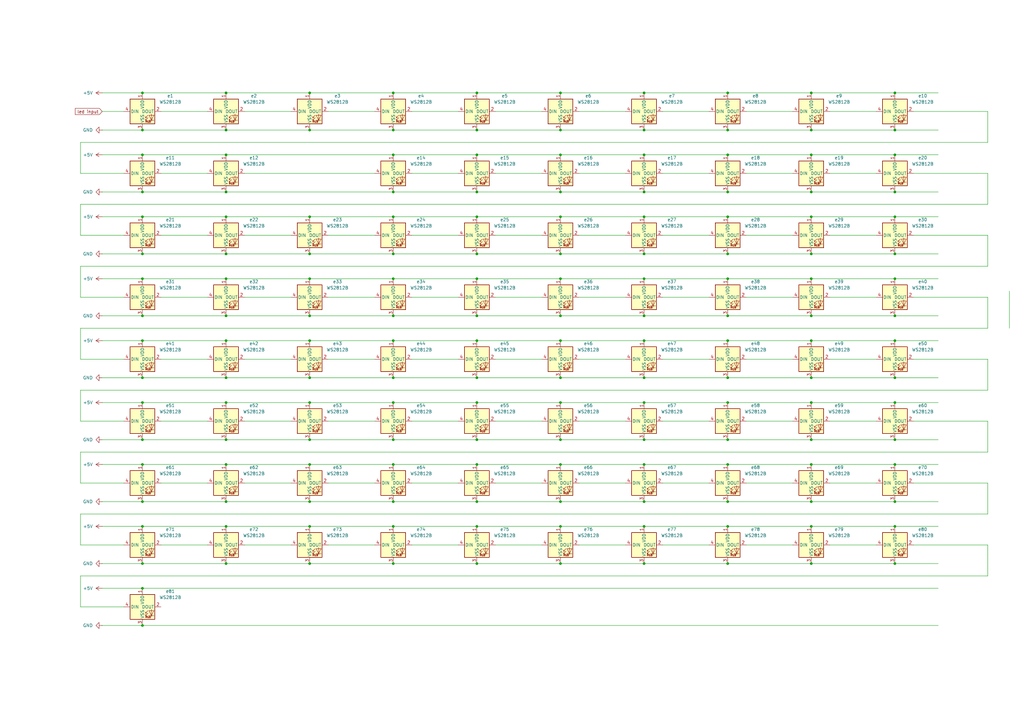
<source format=kicad_sch>
(kicad_sch (version 20250114) (generator "eeschema") (generator_version "9.0")
  (paper "A3")
  (junction (at 92.71 88.9))
  (junction (at 298.45 205.74))
  (junction (at 195.58 53.34))
  (junction (at 195.58 154.94))
  (junction (at 298.45 88.9))
  (junction (at 195.58 88.9))
  (junction (at 229.87 165.1))
  (junction (at 127 38.1))
  (junction (at 229.87 205.74))
  (junction (at 92.71 38.1))
  (junction (at 229.87 114.3))
  (junction (at 92.71 129.54))
  (junction (at 161.29 53.34))
  (junction (at 229.87 190.5))
  (junction (at 195.58 165.1))
  (junction (at 127 165.1))
  (junction (at 161.29 231.14))
  (junction (at 92.71 190.5))
  (junction (at 298.45 165.1))
  (junction (at 127 231.14))
  (junction (at 367.03 180.34))
  (junction (at 229.87 215.9))
  (junction (at 161.29 180.34))
  (junction (at 264.16 53.34))
  (junction (at 161.29 129.54))
  (junction (at 161.29 38.1))
  (junction (at 367.03 53.34))
  (junction (at 229.87 180.34))
  (junction (at 58.42 205.74))
  (junction (at 58.42 114.3))
  (junction (at 298.45 215.9))
  (junction (at 92.71 154.94))
  (junction (at 298.45 53.34))
  (junction (at 58.42 63.5))
  (junction (at 332.74 63.5))
  (junction (at 298.45 63.5))
  (junction (at 92.71 63.5))
  (junction (at 127 88.9))
  (junction (at 92.71 104.14))
  (junction (at 229.87 63.5))
  (junction (at 264.16 104.14))
  (junction (at 229.87 53.34))
  (junction (at 92.71 53.34))
  (junction (at 367.03 104.14))
  (junction (at 332.74 190.5))
  (junction (at 127 114.3))
  (junction (at 161.29 205.74))
  (junction (at 229.87 139.7))
  (junction (at 298.45 231.14))
  (junction (at 92.71 78.74))
  (junction (at 229.87 154.94))
  (junction (at 127 154.94))
  (junction (at 229.87 88.9))
  (junction (at 367.03 88.9))
  (junction (at 58.42 38.1))
  (junction (at 332.74 180.34))
  (junction (at 332.74 231.14))
  (junction (at 367.03 63.5))
  (junction (at 58.42 165.1))
  (junction (at 127 53.34))
  (junction (at 58.42 231.14))
  (junction (at 298.45 154.94))
  (junction (at 195.58 63.5))
  (junction (at 298.45 139.7))
  (junction (at 127 215.9))
  (junction (at 298.45 190.5))
  (junction (at 195.58 114.3))
  (junction (at 332.74 215.9))
  (junction (at 264.16 205.74))
  (junction (at 264.16 63.5))
  (junction (at 332.74 38.1))
  (junction (at 195.58 38.1))
  (junction (at 92.71 180.34))
  (junction (at 195.58 231.14))
  (junction (at 367.03 165.1))
  (junction (at 264.16 154.94))
  (junction (at 264.16 114.3))
  (junction (at 58.42 88.9))
  (junction (at 229.87 78.74))
  (junction (at 195.58 104.14))
  (junction (at 58.42 215.9))
  (junction (at 195.58 205.74))
  (junction (at 367.03 205.74))
  (junction (at 298.45 78.74))
  (junction (at 195.58 139.7))
  (junction (at 127 180.34))
  (junction (at 161.29 139.7))
  (junction (at 264.16 165.1))
  (junction (at 229.87 231.14))
  (junction (at 332.74 114.3))
  (junction (at 367.03 139.7))
  (junction (at 161.29 78.74))
  (junction (at 161.29 154.94))
  (junction (at 127 104.14))
  (junction (at 367.03 190.5))
  (junction (at 195.58 215.9))
  (junction (at 332.74 165.1))
  (junction (at 58.42 78.74))
  (junction (at 161.29 88.9))
  (junction (at 58.42 104.14))
  (junction (at 332.74 78.74))
  (junction (at 58.42 154.94))
  (junction (at 127 129.54))
  (junction (at 161.29 190.5))
  (junction (at 264.16 129.54))
  (junction (at 58.42 180.34))
  (junction (at 264.16 231.14))
  (junction (at 127 190.5))
  (junction (at 92.71 205.74))
  (junction (at 127 205.74))
  (junction (at 332.74 139.7))
  (junction (at 332.74 129.54))
  (junction (at 92.71 165.1))
  (junction (at 332.74 154.94))
  (junction (at 58.42 241.3))
  (junction (at 298.45 180.34))
  (junction (at 92.71 231.14))
  (junction (at 229.87 129.54))
  (junction (at 195.58 190.5))
  (junction (at 298.45 114.3))
  (junction (at 161.29 114.3))
  (junction (at 195.58 78.74))
  (junction (at 195.58 180.34))
  (junction (at 58.42 129.54))
  (junction (at 264.16 180.34))
  (junction (at 58.42 139.7))
  (junction (at 367.03 114.3))
  (junction (at 264.16 38.1))
  (junction (at 367.03 231.14))
  (junction (at 264.16 78.74))
  (junction (at 298.45 38.1))
  (junction (at 264.16 139.7))
  (junction (at 367.03 154.94))
  (junction (at 332.74 104.14))
  (junction (at 332.74 88.9))
  (junction (at 367.03 38.1))
  (junction (at 161.29 63.5))
  (junction (at 92.71 114.3))
  (junction (at 264.16 215.9))
  (junction (at 161.29 165.1))
  (junction (at 332.74 205.74))
  (junction (at 161.29 104.14))
  (junction (at 264.16 190.5))
  (junction (at 332.74 53.34))
  (junction (at 367.03 215.9))
  (junction (at 161.29 215.9))
  (junction (at 298.45 104.14))
  (junction (at 92.71 139.7))
  (junction (at 58.42 190.5))
  (junction (at 195.58 129.54))
  (junction (at 229.87 38.1))
  (junction (at 229.87 104.14))
  (junction (at 298.45 129.54))
  (junction (at 367.03 129.54))
  (junction (at 367.03 78.74))
  (junction (at 58.42 256.54))
  (junction (at 92.71 215.9))
  (junction (at 264.16 88.9))
  (junction (at 127 139.7))
  (junction (at 58.42 53.34))
  (wire (pts (xy 237.49 71.12) (xy 256.54 71.12)))
  (wire (pts (xy 332.74 154.94) (xy 367.03 154.94)))
  (wire (pts (xy 374.65 147.32) (xy 405.13 147.32)))
  (wire (pts (xy 66.04 223.52) (xy 85.09 223.52)))
  (wire (pts (xy 271.78 147.32) (xy 290.83 147.32)))
  (wire (pts (xy 374.65 45.72) (xy 405.13 45.72)))
  (wire (pts (xy 161.29 205.74) (xy 195.58 205.74)))
  (wire (pts (xy 405.13 109.22) (xy 33.02 109.22)))
  (wire (pts (xy 127 104.14) (xy 161.29 104.14)))
  (wire (pts (xy 195.58 53.34) (xy 229.87 53.34)))
  (wire (pts (xy 367.03 78.74) (xy 384.81 78.74)))
  (wire (pts (xy 195.58 231.14) (xy 229.87 231.14)))
  (wire (pts (xy 264.16 180.34) (xy 298.45 180.34)))
  (wire (pts (xy 168.91 223.52) (xy 187.96 223.52)))
  (wire (pts (xy 58.42 231.14) (xy 92.71 231.14)))
  (wire (pts (xy 405.13 147.32) (xy 405.13 160.02)))
  (wire (pts (xy 374.65 172.72) (xy 405.13 172.72)))
  (wire (pts (xy 298.45 190.5) (xy 332.74 190.5)))
  (wire (pts (xy 229.87 205.74) (xy 264.16 205.74)))
  (wire (pts (xy 127 154.94) (xy 161.29 154.94)))
  (wire (pts (xy 374.65 223.52) (xy 405.13 223.52)))
  (wire (pts (xy 58.42 154.94) (xy 92.71 154.94)))
  (wire (pts (xy 58.42 53.34) (xy 92.71 53.34)))
  (wire (pts (xy 367.03 231.14) (xy 384.81 231.14)))
  (wire (pts (xy 161.29 88.9) (xy 195.58 88.9)))
  (wire (pts (xy 332.74 215.9) (xy 367.03 215.9)))
  (wire (pts (xy 405.13 121.92) (xy 405.13 134.62)))
  (wire (pts (xy 298.45 104.14) (xy 332.74 104.14)))
  (wire (pts (xy 92.71 129.54) (xy 127 129.54)))
  (wire (pts (xy 161.29 114.3) (xy 195.58 114.3)))
  (wire (pts (xy 92.71 104.14) (xy 127 104.14)))
  (wire (pts (xy 367.03 139.7) (xy 384.81 139.7)))
  (wire (pts (xy 100.33 45.72) (xy 119.38 45.72)))
  (wire (pts (xy 41.91 88.9) (xy 58.42 88.9)))
  (wire (pts (xy 264.16 129.54) (xy 298.45 129.54)))
  (wire (pts (xy 264.16 53.34) (xy 298.45 53.34)))
  (wire (pts (xy 134.62 147.32) (xy 153.67 147.32)))
  (wire (pts (xy 92.71 205.74) (xy 127 205.74)))
  (wire (pts (xy 33.02 223.52) (xy 50.8 223.52)))
  (wire (pts (xy 161.29 190.5) (xy 195.58 190.5)))
  (wire (pts (xy 332.74 231.14) (xy 367.03 231.14)))
  (wire (pts (xy 306.07 172.72) (xy 325.12 172.72)))
  (wire (pts (xy 92.71 53.34) (xy 127 53.34)))
  (wire (pts (xy 127 205.74) (xy 161.29 205.74)))
  (wire (pts (xy 367.03 205.74) (xy 384.81 205.74)))
  (wire (pts (xy 332.74 53.34) (xy 367.03 53.34)))
  (wire (pts (xy 33.02 134.62) (xy 33.02 147.32)))
  (wire (pts (xy 367.03 165.1) (xy 384.81 165.1)))
  (wire (pts (xy 195.58 154.94) (xy 229.87 154.94)))
  (wire (pts (xy 298.45 63.5) (xy 332.74 63.5)))
  (wire (pts (xy 405.13 96.52) (xy 405.13 109.22)))
  (wire (pts (xy 237.49 121.92) (xy 256.54 121.92)))
  (wire (pts (xy 367.03 53.34) (xy 384.81 53.34)))
  (wire (pts (xy 306.07 96.52) (xy 325.12 96.52)))
  (wire (pts (xy 58.42 256.54) (xy 384.81 256.54)))
  (wire (pts (xy 41.91 104.14) (xy 58.42 104.14)))
  (wire (pts (xy 127 139.7) (xy 161.29 139.7)))
  (wire (pts (xy 229.87 38.1) (xy 264.16 38.1)))
  (wire (pts (xy 41.91 63.5) (xy 58.42 63.5)))
  (wire (pts (xy 41.91 114.3) (xy 58.42 114.3)))
  (wire (pts (xy 298.45 180.34) (xy 332.74 180.34)))
  (wire (pts (xy 58.42 38.1) (xy 92.71 38.1)))
  (wire (pts (xy 340.36 198.12) (xy 359.41 198.12)))
  (wire (pts (xy 195.58 190.5) (xy 229.87 190.5)))
  (wire (pts (xy 203.2 45.72) (xy 222.25 45.72)))
  (wire (pts (xy 58.42 63.5) (xy 92.71 63.5)))
  (wire (pts (xy 271.78 71.12) (xy 290.83 71.12)))
  (wire (pts (xy 161.29 180.34) (xy 195.58 180.34)))
  (wire (pts (xy 161.29 154.94) (xy 195.58 154.94)))
  (wire (pts (xy 367.03 63.5) (xy 384.81 63.5)))
  (wire (pts (xy 237.49 147.32) (xy 256.54 147.32)))
  (wire (pts (xy 298.45 205.74) (xy 332.74 205.74)))
  (wire (pts (xy 134.62 121.92) (xy 153.67 121.92)))
  (wire (pts (xy 405.13 83.82) (xy 33.02 83.82)))
  (wire (pts (xy 41.91 180.34) (xy 58.42 180.34)))
  (wire (pts (xy 332.74 165.1) (xy 367.03 165.1)))
  (wire (pts (xy 92.71 63.5) (xy 161.29 63.5)))
  (wire (pts (xy 66.04 198.12) (xy 85.09 198.12)))
  (wire (pts (xy 405.13 198.12) (xy 405.13 210.82)))
  (wire (pts (xy 298.45 114.3) (xy 332.74 114.3)))
  (wire (pts (xy 264.16 104.14) (xy 298.45 104.14)))
  (wire (pts (xy 100.33 71.12) (xy 153.67 71.12)))
  (wire (pts (xy 168.91 198.12) (xy 187.96 198.12)))
  (wire (pts (xy 367.03 215.9) (xy 384.81 215.9)))
  (wire (pts (xy 298.45 38.1) (xy 332.74 38.1)))
  (wire (pts (xy 271.78 223.52) (xy 290.83 223.52)))
  (wire (pts (xy 332.74 38.1) (xy 367.03 38.1)))
  (wire (pts (xy 195.58 78.74) (xy 229.87 78.74)))
  (wire (pts (xy 264.16 63.5) (xy 298.45 63.5)))
  (wire (pts (xy 161.29 38.1) (xy 195.58 38.1)))
  (wire (pts (xy 414.02 119.38) (xy 414.02 134.62)))
  (wire (pts (xy 264.16 78.74) (xy 298.45 78.74)))
  (wire (pts (xy 405.13 160.02) (xy 33.02 160.02)))
  (wire (pts (xy 195.58 104.14) (xy 229.87 104.14)))
  (wire (pts (xy 264.16 38.1) (xy 298.45 38.1)))
  (wire (pts (xy 264.16 231.14) (xy 298.45 231.14)))
  (wire (pts (xy 58.42 190.5) (xy 92.71 190.5)))
  (wire (pts (xy 195.58 205.74) (xy 229.87 205.74)))
  (wire (pts (xy 229.87 78.74) (xy 264.16 78.74)))
  (wire (pts (xy 332.74 139.7) (xy 367.03 139.7)))
  (wire (pts (xy 66.04 71.12) (xy 85.09 71.12)))
  (wire (pts (xy 298.45 139.7) (xy 332.74 139.7)))
  (wire (pts (xy 92.71 114.3) (xy 127 114.3)))
  (wire (pts (xy 306.07 223.52) (xy 325.12 223.52)))
  (wire (pts (xy 298.45 215.9) (xy 332.74 215.9)))
  (wire (pts (xy 41.91 215.9) (xy 58.42 215.9)))
  (wire (pts (xy 41.91 139.7) (xy 58.42 139.7)))
  (wire (pts (xy 203.2 198.12) (xy 222.25 198.12)))
  (wire (pts (xy 374.65 121.92) (xy 405.13 121.92)))
  (wire (pts (xy 264.16 114.3) (xy 298.45 114.3)))
  (wire (pts (xy 332.74 63.5) (xy 367.03 63.5)))
  (wire (pts (xy 332.74 78.74) (xy 367.03 78.74)))
  (wire (pts (xy 58.42 180.34) (xy 92.71 180.34)))
  (wire (pts (xy 271.78 198.12) (xy 290.83 198.12)))
  (wire (pts (xy 405.13 210.82) (xy 33.02 210.82)))
  (wire (pts (xy 161.29 53.34) (xy 195.58 53.34)))
  (wire (pts (xy 58.42 215.9) (xy 92.71 215.9)))
  (wire (pts (xy 374.65 71.12) (xy 405.13 71.12)))
  (wire (pts (xy 229.87 104.14) (xy 264.16 104.14)))
  (wire (pts (xy 229.87 180.34) (xy 264.16 180.34)))
  (wire (pts (xy 58.42 114.3) (xy 92.71 114.3)))
  (wire (pts (xy 100.33 147.32) (xy 119.38 147.32)))
  (wire (pts (xy 195.58 63.5) (xy 229.87 63.5)))
  (wire (pts (xy 33.02 160.02) (xy 33.02 172.72)))
  (wire (pts (xy 203.2 71.12) (xy 222.25 71.12)))
  (wire (pts (xy 161.29 78.74) (xy 195.58 78.74)))
  (wire (pts (xy 340.36 172.72) (xy 359.41 172.72)))
  (wire (pts (xy 306.07 121.92) (xy 325.12 121.92)))
  (wire (pts (xy 33.02 109.22) (xy 33.02 121.92)))
  (wire (pts (xy 195.58 38.1) (xy 229.87 38.1)))
  (wire (pts (xy 66.04 121.92) (xy 85.09 121.92)))
  (wire (pts (xy 298.45 88.9) (xy 332.74 88.9)))
  (wire (pts (xy 374.65 96.52) (xy 405.13 96.52)))
  (wire (pts (xy 92.71 231.14) (xy 127 231.14)))
  (wire (pts (xy 203.2 223.52) (xy 222.25 223.52)))
  (wire (pts (xy 33.02 121.92) (xy 50.8 121.92)))
  (wire (pts (xy 195.58 114.3) (xy 229.87 114.3)))
  (wire (pts (xy 367.03 129.54) (xy 384.81 129.54)))
  (wire (pts (xy 195.58 139.7) (xy 229.87 139.7)))
  (wire (pts (xy 92.71 190.5) (xy 127 190.5)))
  (wire (pts (xy 332.74 190.5) (xy 367.03 190.5)))
  (wire (pts (xy 229.87 53.34) (xy 264.16 53.34)))
  (wire (pts (xy 367.03 154.94) (xy 384.81 154.94)))
  (wire (pts (xy 195.58 215.9) (xy 229.87 215.9)))
  (wire (pts (xy 66.04 147.32) (xy 85.09 147.32)))
  (wire (pts (xy 332.74 88.9) (xy 367.03 88.9)))
  (wire (pts (xy 271.78 96.52) (xy 290.83 96.52)))
  (wire (pts (xy 168.91 96.52) (xy 187.96 96.52)))
  (wire (pts (xy 229.87 190.5) (xy 264.16 190.5)))
  (wire (pts (xy 229.87 139.7) (xy 264.16 139.7)))
  (wire (pts (xy 58.42 241.3) (xy 384.81 241.3)))
  (wire (pts (xy 229.87 114.3) (xy 264.16 114.3)))
  (wire (pts (xy 271.78 45.72) (xy 290.83 45.72)))
  (wire (pts (xy 405.13 185.42) (xy 33.02 185.42)))
  (wire (pts (xy 237.49 172.72) (xy 256.54 172.72)))
  (wire (pts (xy 66.04 45.72) (xy 85.09 45.72)))
  (wire (pts (xy 203.2 147.32) (xy 222.25 147.32)))
  (wire (pts (xy 405.13 45.72) (xy 405.13 58.42)))
  (wire (pts (xy 41.91 154.94) (xy 58.42 154.94)))
  (wire (pts (xy 306.07 45.72) (xy 325.12 45.72)))
  (wire (pts (xy 264.16 190.5) (xy 298.45 190.5)))
  (wire (pts (xy 127 38.1) (xy 161.29 38.1)))
  (wire (pts (xy 298.45 53.34) (xy 332.74 53.34)))
  (wire (pts (xy 271.78 172.72) (xy 290.83 172.72)))
  (wire (pts (xy 58.42 78.74) (xy 92.71 78.74)))
  (wire (pts (xy 298.45 231.14) (xy 332.74 231.14)))
  (wire (pts (xy 405.13 172.72) (xy 405.13 185.42)))
  (wire (pts (xy 33.02 236.22) (xy 33.02 248.92)))
  (wire (pts (xy 237.49 198.12) (xy 256.54 198.12)))
  (wire (pts (xy 41.91 190.5) (xy 58.42 190.5)))
  (wire (pts (xy 127 88.9) (xy 161.29 88.9)))
  (wire (pts (xy 41.91 165.1) (xy 58.42 165.1)))
  (wire (pts (xy 92.71 165.1) (xy 127 165.1)))
  (wire (pts (xy 58.42 88.9) (xy 92.71 88.9)))
  (wire (pts (xy 33.02 58.42) (xy 33.02 71.12)))
  (wire (pts (xy 33.02 83.82) (xy 33.02 96.52)))
  (wire (pts (xy 127 165.1) (xy 161.29 165.1)))
  (wire (pts (xy 340.36 121.92) (xy 359.41 121.92)))
  (wire (pts (xy 203.2 96.52) (xy 222.25 96.52)))
  (wire (pts (xy 298.45 129.54) (xy 332.74 129.54)))
  (wire (pts (xy 41.91 241.3) (xy 58.42 241.3)))
  (wire (pts (xy 340.36 223.52) (xy 359.41 223.52)))
  (wire (pts (xy 374.65 198.12) (xy 405.13 198.12)))
  (wire (pts (xy 264.16 205.74) (xy 298.45 205.74)))
  (wire (pts (xy 92.71 78.74) (xy 161.29 78.74)))
  (wire (pts (xy 100.33 121.92) (xy 119.38 121.92)))
  (wire (pts (xy 229.87 63.5) (xy 264.16 63.5)))
  (wire (pts (xy 195.58 165.1) (xy 229.87 165.1)))
  (wire (pts (xy 264.16 165.1) (xy 298.45 165.1)))
  (wire (pts (xy 33.02 172.72) (xy 50.8 172.72)))
  (wire (pts (xy 161.29 129.54) (xy 195.58 129.54)))
  (wire (pts (xy 127 114.3) (xy 161.29 114.3)))
  (wire (pts (xy 332.74 104.14) (xy 367.03 104.14)))
  (wire (pts (xy 229.87 129.54) (xy 264.16 129.54)))
  (wire (pts (xy 264.16 154.94) (xy 298.45 154.94)))
  (wire (pts (xy 33.02 71.12) (xy 50.8 71.12)))
  (wire (pts (xy 203.2 121.92) (xy 222.25 121.92)))
  (wire (pts (xy 92.71 215.9) (xy 127 215.9)))
  (wire (pts (xy 264.16 215.9) (xy 298.45 215.9)))
  (wire (pts (xy 41.91 78.74) (xy 58.42 78.74)))
  (wire (pts (xy 134.62 45.72) (xy 153.67 45.72)))
  (wire (pts (xy 306.07 198.12) (xy 325.12 198.12)))
  (wire (pts (xy 41.91 256.54) (xy 58.42 256.54)))
  (wire (pts (xy 405.13 223.52) (xy 405.13 236.22)))
  (wire (pts (xy 134.62 223.52) (xy 153.67 223.52)))
  (wire (pts (xy 33.02 198.12) (xy 50.8 198.12)))
  (wire (pts (xy 33.02 96.52) (xy 50.8 96.52)))
  (wire (pts (xy 58.42 129.54) (xy 92.71 129.54)))
  (wire (pts (xy 127 215.9) (xy 161.29 215.9)))
  (wire (pts (xy 66.04 96.52) (xy 85.09 96.52)))
  (wire (pts (xy 168.91 121.92) (xy 187.96 121.92)))
  (wire (pts (xy 41.91 45.72) (xy 50.8 45.72)))
  (wire (pts (xy 41.91 129.54) (xy 58.42 129.54)))
  (wire (pts (xy 340.36 71.12) (xy 359.41 71.12)))
  (wire (pts (xy 127 231.14) (xy 161.29 231.14)))
  (wire (pts (xy 161.29 165.1) (xy 195.58 165.1)))
  (wire (pts (xy 229.87 231.14) (xy 264.16 231.14)))
  (wire (pts (xy 264.16 139.7) (xy 298.45 139.7)))
  (wire (pts (xy 340.36 45.72) (xy 359.41 45.72)))
  (wire (pts (xy 92.71 88.9) (xy 127 88.9)))
  (wire (pts (xy 367.03 190.5) (xy 384.81 190.5)))
  (wire (pts (xy 100.33 96.52) (xy 119.38 96.52)))
  (wire (pts (xy 229.87 215.9) (xy 264.16 215.9)))
  (wire (pts (xy 306.07 71.12) (xy 325.12 71.12)))
  (wire (pts (xy 264.16 88.9) (xy 298.45 88.9)))
  (wire (pts (xy 41.91 38.1) (xy 58.42 38.1)))
  (wire (pts (xy 298.45 154.94) (xy 332.74 154.94)))
  (wire (pts (xy 33.02 185.42) (xy 33.02 198.12)))
  (wire (pts (xy 134.62 96.52) (xy 153.67 96.52)))
  (wire (pts (xy 332.74 180.34) (xy 367.03 180.34)))
  (wire (pts (xy 405.13 58.42) (xy 33.02 58.42)))
  (wire (pts (xy 168.91 45.72) (xy 187.96 45.72)))
  (wire (pts (xy 161.29 63.5) (xy 195.58 63.5)))
  (wire (pts (xy 405.13 236.22) (xy 33.02 236.22)))
  (wire (pts (xy 92.71 180.34) (xy 127 180.34)))
  (wire (pts (xy 405.13 71.12) (xy 405.13 83.82)))
  (wire (pts (xy 332.74 205.74) (xy 367.03 205.74)))
  (wire (pts (xy 229.87 165.1) (xy 264.16 165.1)))
  (wire (pts (xy 92.71 38.1) (xy 127 38.1)))
  (wire (pts (xy 134.62 198.12) (xy 153.67 198.12)))
  (wire (pts (xy 41.91 53.34) (xy 58.42 53.34)))
  (wire (pts (xy 100.33 223.52) (xy 119.38 223.52)))
  (wire (pts (xy 237.49 96.52) (xy 256.54 96.52)))
  (wire (pts (xy 58.42 205.74) (xy 92.71 205.74)))
  (wire (pts (xy 127 53.34) (xy 161.29 53.34)))
  (wire (pts (xy 367.03 180.34) (xy 384.81 180.34)))
  (wire (pts (xy 168.91 172.72) (xy 187.96 172.72)))
  (wire (pts (xy 298.45 78.74) (xy 332.74 78.74)))
  (wire (pts (xy 298.45 165.1) (xy 332.74 165.1)))
  (wire (pts (xy 134.62 172.72) (xy 153.67 172.72)))
  (wire (pts (xy 41.91 205.74) (xy 58.42 205.74)))
  (wire (pts (xy 66.04 172.72) (xy 85.09 172.72)))
  (wire (pts (xy 161.29 231.14) (xy 195.58 231.14)))
  (wire (pts (xy 127 190.5) (xy 161.29 190.5)))
  (wire (pts (xy 33.02 248.92) (xy 50.8 248.92)))
  (wire (pts (xy 41.91 231.14) (xy 58.42 231.14)))
  (wire (pts (xy 195.58 88.9) (xy 229.87 88.9)))
  (wire (pts (xy 92.71 139.7) (xy 127 139.7)))
  (wire (pts (xy 195.58 180.34) (xy 229.87 180.34)))
  (wire (pts (xy 332.74 129.54) (xy 367.03 129.54)))
  (wire (pts (xy 271.78 121.92) (xy 290.83 121.92)))
  (wire (pts (xy 58.42 165.1) (xy 92.71 165.1)))
  (wire (pts (xy 33.02 210.82) (xy 33.02 223.52)))
  (wire (pts (xy 340.36 96.52) (xy 359.41 96.52)))
  (wire (pts (xy 367.03 114.3) (xy 384.81 114.3)))
  (wire (pts (xy 127 129.54) (xy 161.29 129.54)))
  (wire (pts (xy 58.42 139.7) (xy 92.71 139.7)))
  (wire (pts (xy 161.29 215.9) (xy 195.58 215.9)))
  (wire (pts (xy 367.03 104.14) (xy 384.81 104.14)))
  (wire (pts (xy 340.36 147.32) (xy 359.41 147.32)))
  (wire (pts (xy 306.07 147.32) (xy 325.12 147.32)))
  (wire (pts (xy 161.29 104.14) (xy 195.58 104.14)))
  (wire (pts (xy 405.13 134.62) (xy 33.02 134.62)))
  (wire (pts (xy 168.91 71.12) (xy 187.96 71.12)))
  (wire (pts (xy 127 180.34) (xy 161.29 180.34)))
  (wire (pts (xy 58.42 104.14) (xy 92.71 104.14)))
  (wire (pts (xy 229.87 154.94) (xy 264.16 154.94)))
  (wire (pts (xy 100.33 198.12) (xy 119.38 198.12)))
  (wire (pts (xy 237.49 45.72) (xy 256.54 45.72)))
  (wire (pts (xy 203.2 172.72) (xy 222.25 172.72)))
  (wire (pts (xy 92.71 154.94) (xy 127 154.94)))
  (wire (pts (xy 100.33 172.72) (xy 119.38 172.72)))
  (wire (pts (xy 168.91 147.32) (xy 187.96 147.32)))
  (wire (pts (xy 195.58 129.54) (xy 229.87 129.54)))
  (wire (pts (xy 161.29 139.7) (xy 195.58 139.7)))
  (wire (pts (xy 367.03 38.1) (xy 384.81 38.1)))
  (wire (pts (xy 237.49 223.52) (xy 256.54 223.52)))
  (wire (pts (xy 367.03 88.9) (xy 384.81 88.9)))
  (wire (pts (xy 33.02 147.32) (xy 50.8 147.32)))
  (wire (pts (xy 229.87 88.9) (xy 264.16 88.9)))
  (wire (pts (xy 332.74 114.3) (xy 367.03 114.3)))
  (global_label "led input" (shape input) (at 41.91 45.72 180) (property "Intersheetrefs" "${INTERSHEET_REFS}" (effects (hide yes))))
  (symbol (lib_id "LED:WS2812B") (at 229.87 223.52 0) (unit 1)
    (property "Reference" "e76" (at 241.3 217.0998 0))
    (property "Value" "WS2812B" (at 241.3 219.6398 0))
    (property "Footprint" "LED_SMD:LED_SK6812MINI_PLCC4_3.5x3.5mm_P1.75mm" (effects (hide yes)))
    (property "Datasheet" "https://cdn-shop.adafruit.com/datasheets/WS2812B.pdf" (effects (hide yes)))
    (property "Description" "RGB LED with integrated controller" (effects (hide yes)))
  )
  (symbol (lib_id "LED:WS2812B") (at 264.16 45.72 0) (unit 1)
    (property "Reference" "e7" (at 275.59 39.2998 0))
    (property "Value" "WS2812B" (at 275.59 41.8398 0))
    (property "Footprint" "LED_SMD:LED_SK6812MINI_PLCC4_3.5x3.5mm_P1.75mm" (effects (hide yes)))
    (property "Datasheet" "https://cdn-shop.adafruit.com/datasheets/WS2812B.pdf" (effects (hide yes)))
    (property "Description" "RGB LED with integrated controller" (effects (hide yes)))
  )
  (symbol (lib_id "LED:WS2812B") (at 92.71 198.12 0) (unit 1)
    (property "Reference" "e62" (at 104.14 191.6998 0))
    (property "Value" "WS2812B" (at 104.14 194.2398 0))
    (property "Footprint" "LED_SMD:LED_SK6812MINI_PLCC4_3.5x3.5mm_P1.75mm" (effects (hide yes)))
    (property "Datasheet" "https://cdn-shop.adafruit.com/datasheets/WS2812B.pdf" (effects (hide yes)))
    (property "Description" "RGB LED with integrated controller" (effects (hide yes)))
  )
  (symbol (lib_id "LED:WS2812B") (at 367.03 71.12 0) (unit 1)
    (property "Reference" "e20" (at 378.46 64.6998 0))
    (property "Value" "WS2812B" (at 378.46 67.2398 0))
    (property "Footprint" "LED_SMD:LED_SK6812MINI_PLCC4_3.5x3.5mm_P1.75mm" (effects (hide yes)))
    (property "Datasheet" "https://cdn-shop.adafruit.com/datasheets/WS2812B.pdf" (effects (hide yes)))
    (property "Description" "RGB LED with integrated controller" (effects (hide yes)))
  )
  (symbol (lib_id "LED:WS2812B") (at 298.45 198.12 0) (unit 1)
    (property "Reference" "e68" (at 309.88 191.6998 0))
    (property "Value" "WS2812B" (at 309.88 194.2398 0))
    (property "Footprint" "LED_SMD:LED_SK6812MINI_PLCC4_3.5x3.5mm_P1.75mm" (effects (hide yes)))
    (property "Datasheet" "https://cdn-shop.adafruit.com/datasheets/WS2812B.pdf" (effects (hide yes)))
    (property "Description" "RGB LED with integrated controller" (effects (hide yes)))
  )
  (symbol (lib_id "LED:WS2812B") (at 127 198.12 0) (unit 1)
    (property "Reference" "e63" (at 138.43 191.6998 0))
    (property "Value" "WS2812B" (at 138.43 194.2398 0))
    (property "Footprint" "LED_SMD:LED_SK6812MINI_PLCC4_3.5x3.5mm_P1.75mm" (effects (hide yes)))
    (property "Datasheet" "https://cdn-shop.adafruit.com/datasheets/WS2812B.pdf" (effects (hide yes)))
    (property "Description" "RGB LED with integrated controller" (effects (hide yes)))
  )
  (symbol (lib_id "LED:WS2812B") (at 58.42 248.92 0) (unit 1)
    (property "Reference" "e81" (at 69.85 242.4998 0))
    (property "Value" "WS2812B" (at 69.85 245.0398 0))
    (property "Footprint" "LED_SMD:LED_SK6812MINI_PLCC4_3.5x3.5mm_P1.75mm" (effects (hide yes)))
    (property "Datasheet" "https://cdn-shop.adafruit.com/datasheets/WS2812B.pdf" (effects (hide yes)))
    (property "Description" "RGB LED with integrated controller" (effects (hide yes)))
  )
  (symbol (lib_id "LED:WS2812B") (at 161.29 172.72 0) (unit 1)
    (property "Reference" "e54" (at 172.72 166.2998 0))
    (property "Value" "WS2812B" (at 172.72 168.8398 0))
    (property "Footprint" "LED_SMD:LED_SK6812MINI_PLCC4_3.5x3.5mm_P1.75mm" (effects (hide yes)))
    (property "Datasheet" "https://cdn-shop.adafruit.com/datasheets/WS2812B.pdf" (effects (hide yes)))
    (property "Description" "RGB LED with integrated controller" (effects (hide yes)))
  )
  (symbol (lib_id "power:GND1") (at 41.91 154.94 270) (unit 1)
    (property "Reference" "#PWR06" (effects (hide yes)))
    (property "Value" "GND" (at 38.1 154.9399 90) (effects (justify right)))
    (property "Description" "Power symbol creates a global label with name \"GND1\" , ground" (effects (hide yes)))
  )
  (symbol (lib_id "LED:WS2812B") (at 264.16 198.12 0) (unit 1)
    (property "Reference" "e67" (at 275.59 191.6998 0))
    (property "Value" "WS2812B" (at 275.59 194.2398 0))
    (property "Footprint" "LED_SMD:LED_SK6812MINI_PLCC4_3.5x3.5mm_P1.75mm" (effects (hide yes)))
    (property "Datasheet" "https://cdn-shop.adafruit.com/datasheets/WS2812B.pdf" (effects (hide yes)))
    (property "Description" "RGB LED with integrated controller" (effects (hide yes)))
  )
  (symbol (lib_id "LED:WS2812B") (at 298.45 223.52 0) (unit 1)
    (property "Reference" "e78" (at 309.88 217.0998 0))
    (property "Value" "WS2812B" (at 309.88 219.6398 0))
    (property "Footprint" "LED_SMD:LED_SK6812MINI_PLCC4_3.5x3.5mm_P1.75mm" (effects (hide yes)))
    (property "Datasheet" "https://cdn-shop.adafruit.com/datasheets/WS2812B.pdf" (effects (hide yes)))
    (property "Description" "RGB LED with integrated controller" (effects (hide yes)))
  )
  (symbol (lib_id "LED:WS2812B") (at 332.74 71.12 0) (unit 1)
    (property "Reference" "e19" (at 344.17 64.6998 0))
    (property "Value" "WS2812B" (at 344.17 67.2398 0))
    (property "Footprint" "LED_SMD:LED_SK6812MINI_PLCC4_3.5x3.5mm_P1.75mm" (effects (hide yes)))
    (property "Datasheet" "https://cdn-shop.adafruit.com/datasheets/WS2812B.pdf" (effects (hide yes)))
    (property "Description" "RGB LED with integrated controller" (effects (hide yes)))
  )
  (symbol (lib_id "LED:WS2812B") (at 127 223.52 0) (unit 1)
    (property "Reference" "e73" (at 138.43 217.0998 0))
    (property "Value" "WS2812B" (at 138.43 219.6398 0))
    (property "Footprint" "LED_SMD:LED_SK6812MINI_PLCC4_3.5x3.5mm_P1.75mm" (effects (hide yes)))
    (property "Datasheet" "https://cdn-shop.adafruit.com/datasheets/WS2812B.pdf" (effects (hide yes)))
    (property "Description" "RGB LED with integrated controller" (effects (hide yes)))
  )
  (symbol (lib_id "LED:WS2812B") (at 195.58 223.52 0) (unit 1)
    (property "Reference" "e75" (at 207.01 217.0998 0))
    (property "Value" "WS2812B" (at 207.01 219.6398 0))
    (property "Footprint" "LED_SMD:LED_SK6812MINI_PLCC4_3.5x3.5mm_P1.75mm" (effects (hide yes)))
    (property "Datasheet" "https://cdn-shop.adafruit.com/datasheets/WS2812B.pdf" (effects (hide yes)))
    (property "Description" "RGB LED with integrated controller" (effects (hide yes)))
  )
  (symbol (lib_id "LED:WS2812B") (at 58.42 172.72 0) (unit 1)
    (property "Reference" "e51" (at 69.85 166.2998 0))
    (property "Value" "WS2812B" (at 69.85 168.8398 0))
    (property "Footprint" "LED_SMD:LED_SK6812MINI_PLCC4_3.5x3.5mm_P1.75mm" (effects (hide yes)))
    (property "Datasheet" "https://cdn-shop.adafruit.com/datasheets/WS2812B.pdf" (effects (hide yes)))
    (property "Description" "RGB LED with integrated controller" (effects (hide yes)))
  )
  (symbol (lib_id "LED:WS2812B") (at 58.42 223.52 0) (unit 1)
    (property "Reference" "e71" (at 69.85 217.0998 0))
    (property "Value" "WS2812B" (at 69.85 219.6398 0))
    (property "Footprint" "LED_SMD:LED_SK6812MINI_PLCC4_3.5x3.5mm_P1.75mm" (effects (hide yes)))
    (property "Datasheet" "https://cdn-shop.adafruit.com/datasheets/WS2812B.pdf" (effects (hide yes)))
    (property "Description" "RGB LED with integrated controller" (effects (hide yes)))
  )
  (symbol (lib_id "LED:WS2812B") (at 58.42 121.92 0) (unit 1)
    (property "Reference" "e31" (at 69.85 115.4998 0))
    (property "Value" "WS2812B" (at 69.85 118.0398 0))
    (property "Footprint" "LED_SMD:LED_SK6812MINI_PLCC4_3.5x3.5mm_P1.75mm" (effects (hide yes)))
    (property "Datasheet" "https://cdn-shop.adafruit.com/datasheets/WS2812B.pdf" (effects (hide yes)))
    (property "Description" "RGB LED with integrated controller" (effects (hide yes)))
  )
  (symbol (lib_id "power:+5V") (at 41.91 38.1 90) (unit 1)
    (property "Reference" "#PWR017" (effects (hide yes)))
    (property "Value" "+5V" (at 38.1 38.0999 90) (effects (justify left)))
    (property "Description" "Power symbol creates a global label with name \"+5V\"" (effects (hide yes)))
  )
  (symbol (lib_id "power:+5V") (at 41.91 139.7 90) (unit 1)
    (property "Reference" "#PWR011" (effects (hide yes)))
    (property "Value" "+5V" (at 38.1 139.6999 90) (effects (justify left)))
    (property "Description" "Power symbol creates a global label with name \"+5V\"" (effects (hide yes)))
  )
  (symbol (lib_id "LED:WS2812B") (at 161.29 96.52 0) (unit 1)
    (property "Reference" "e24" (at 172.72 90.0998 0))
    (property "Value" "WS2812B" (at 172.72 92.6398 0))
    (property "Footprint" "LED_SMD:LED_SK6812MINI_PLCC4_3.5x3.5mm_P1.75mm" (effects (hide yes)))
    (property "Datasheet" "https://cdn-shop.adafruit.com/datasheets/WS2812B.pdf" (effects (hide yes)))
    (property "Description" "RGB LED with integrated controller" (effects (hide yes)))
  )
  (symbol (lib_id "LED:WS2812B") (at 92.71 172.72 0) (unit 1)
    (property "Reference" "e52" (at 104.14 166.2998 0))
    (property "Value" "WS2812B" (at 104.14 168.8398 0))
    (property "Footprint" "LED_SMD:LED_SK6812MINI_PLCC4_3.5x3.5mm_P1.75mm" (effects (hide yes)))
    (property "Datasheet" "https://cdn-shop.adafruit.com/datasheets/WS2812B.pdf" (effects (hide yes)))
    (property "Description" "RGB LED with integrated controller" (effects (hide yes)))
  )
  (symbol (lib_id "LED:WS2812B") (at 58.42 198.12 0) (unit 1)
    (property "Reference" "e61" (at 69.85 191.6998 0))
    (property "Value" "WS2812B" (at 69.85 194.2398 0))
    (property "Footprint" "LED_SMD:LED_SK6812MINI_PLCC4_3.5x3.5mm_P1.75mm" (effects (hide yes)))
    (property "Datasheet" "https://cdn-shop.adafruit.com/datasheets/WS2812B.pdf" (effects (hide yes)))
    (property "Description" "RGB LED with integrated controller" (effects (hide yes)))
  )
  (symbol (lib_id "LED:WS2812B") (at 367.03 172.72 0) (unit 1)
    (property "Reference" "e60" (at 378.46 166.2998 0))
    (property "Value" "WS2812B" (at 378.46 168.8398 0))
    (property "Footprint" "LED_SMD:LED_SK6812MINI_PLCC4_3.5x3.5mm_P1.75mm" (effects (hide yes)))
    (property "Datasheet" "https://cdn-shop.adafruit.com/datasheets/WS2812B.pdf" (effects (hide yes)))
    (property "Description" "RGB LED with integrated controller" (effects (hide yes)))
  )
  (symbol (lib_id "LED:WS2812B") (at 298.45 96.52 0) (unit 1)
    (property "Reference" "e28" (at 309.88 90.0998 0))
    (property "Value" "WS2812B" (at 309.88 92.6398 0))
    (property "Footprint" "LED_SMD:LED_SK6812MINI_PLCC4_3.5x3.5mm_P1.75mm" (effects (hide yes)))
    (property "Datasheet" "https://cdn-shop.adafruit.com/datasheets/WS2812B.pdf" (effects (hide yes)))
    (property "Description" "RGB LED with integrated controller" (effects (hide yes)))
  )
  (symbol (lib_id "LED:WS2812B") (at 332.74 147.32 0) (unit 1)
    (property "Reference" "e49" (at 344.17 140.8998 0))
    (property "Value" "WS2812B" (at 344.17 143.4398 0))
    (property "Footprint" "LED_SMD:LED_SK6812MINI_PLCC4_3.5x3.5mm_P1.75mm" (effects (hide yes)))
    (property "Datasheet" "https://cdn-shop.adafruit.com/datasheets/WS2812B.pdf" (effects (hide yes)))
    (property "Description" "RGB LED with integrated controller" (effects (hide yes)))
  )
  (symbol (lib_id "LED:WS2812B") (at 92.71 96.52 0) (unit 1)
    (property "Reference" "e22" (at 104.14 90.0998 0))
    (property "Value" "WS2812B" (at 104.14 92.6398 0))
    (property "Footprint" "LED_SMD:LED_SK6812MINI_PLCC4_3.5x3.5mm_P1.75mm" (effects (hide yes)))
    (property "Datasheet" "https://cdn-shop.adafruit.com/datasheets/WS2812B.pdf" (effects (hide yes)))
    (property "Description" "RGB LED with integrated controller" (effects (hide yes)))
  )
  (symbol (lib_id "LED:WS2812B") (at 195.58 45.72 0) (unit 1)
    (property "Reference" "e5" (at 207.01 39.2998 0))
    (property "Value" "WS2812B" (at 207.01 41.8398 0))
    (property "Footprint" "LED_SMD:LED_SK6812MINI_PLCC4_3.5x3.5mm_P1.75mm" (effects (hide yes)))
    (property "Datasheet" "https://cdn-shop.adafruit.com/datasheets/WS2812B.pdf" (effects (hide yes)))
    (property "Description" "RGB LED with integrated controller" (effects (hide yes)))
  )
  (symbol (lib_id "LED:WS2812B") (at 332.74 45.72 0) (unit 1)
    (property "Reference" "e9" (at 344.17 39.2998 0))
    (property "Value" "WS2812B" (at 344.17 41.8398 0))
    (property "Footprint" "LED_SMD:LED_SK6812MINI_PLCC4_3.5x3.5mm_P1.75mm" (effects (hide yes)))
    (property "Datasheet" "https://cdn-shop.adafruit.com/datasheets/WS2812B.pdf" (effects (hide yes)))
    (property "Description" "RGB LED with integrated controller" (effects (hide yes)))
  )
  (symbol (lib_id "LED:WS2812B") (at 127 172.72 0) (unit 1)
    (property "Reference" "e53" (at 138.43 166.2998 0))
    (property "Value" "WS2812B" (at 138.43 168.8398 0))
    (property "Footprint" "LED_SMD:LED_SK6812MINI_PLCC4_3.5x3.5mm_P1.75mm" (effects (hide yes)))
    (property "Datasheet" "https://cdn-shop.adafruit.com/datasheets/WS2812B.pdf" (effects (hide yes)))
    (property "Description" "RGB LED with integrated controller" (effects (hide yes)))
  )
  (symbol (lib_id "LED:WS2812B") (at 332.74 172.72 0) (unit 1)
    (property "Reference" "e59" (at 344.17 166.2998 0))
    (property "Value" "WS2812B" (at 344.17 168.8398 0))
    (property "Footprint" "LED_SMD:LED_SK6812MINI_PLCC4_3.5x3.5mm_P1.75mm" (effects (hide yes)))
    (property "Datasheet" "https://cdn-shop.adafruit.com/datasheets/WS2812B.pdf" (effects (hide yes)))
    (property "Description" "RGB LED with integrated controller" (effects (hide yes)))
  )
  (symbol (lib_id "LED:WS2812B") (at 58.42 71.12 0) (unit 1)
    (property "Reference" "e11" (at 69.85 64.6998 0))
    (property "Value" "WS2812B" (at 69.85 67.2398 0))
    (property "Footprint" "LED_SMD:LED_SK6812MINI_PLCC4_3.5x3.5mm_P1.75mm" (effects (hide yes)))
    (property "Datasheet" "https://cdn-shop.adafruit.com/datasheets/WS2812B.pdf" (effects (hide yes)))
    (property "Description" "RGB LED with integrated controller" (effects (hide yes)))
  )
  (symbol (lib_id "LED:WS2812B") (at 195.58 147.32 0) (unit 1)
    (property "Reference" "e45" (at 207.01 140.8998 0))
    (property "Value" "WS2812B" (at 207.01 143.4398 0))
    (property "Footprint" "LED_SMD:LED_SK6812MINI_PLCC4_3.5x3.5mm_P1.75mm" (effects (hide yes)))
    (property "Datasheet" "https://cdn-shop.adafruit.com/datasheets/WS2812B.pdf" (effects (hide yes)))
    (property "Description" "RGB LED with integrated controller" (effects (hide yes)))
  )
  (symbol (lib_id "LED:WS2812B") (at 367.03 198.12 0) (unit 1)
    (property "Reference" "e70" (at 378.46 191.6998 0))
    (property "Value" "WS2812B" (at 378.46 194.2398 0))
    (property "Footprint" "LED_SMD:LED_SK6812MINI_PLCC4_3.5x3.5mm_P1.75mm" (effects (hide yes)))
    (property "Datasheet" "https://cdn-shop.adafruit.com/datasheets/WS2812B.pdf" (effects (hide yes)))
    (property "Description" "RGB LED with integrated controller" (effects (hide yes)))
  )
  (symbol (lib_id "LED:WS2812B") (at 195.58 71.12 0) (unit 1)
    (property "Reference" "e15" (at 207.01 64.6998 0))
    (property "Value" "WS2812B" (at 207.01 67.2398 0))
    (property "Footprint" "LED_SMD:LED_SK6812MINI_PLCC4_3.5x3.5mm_P1.75mm" (effects (hide yes)))
    (property "Datasheet" "https://cdn-shop.adafruit.com/datasheets/WS2812B.pdf" (effects (hide yes)))
    (property "Description" "RGB LED with integrated controller" (effects (hide yes)))
  )
  (symbol (lib_id "LED:WS2812B") (at 367.03 223.52 0) (unit 1)
    (property "Reference" "e80" (at 378.46 217.0998 0))
    (property "Value" "WS2812B" (at 378.46 219.6398 0))
    (property "Footprint" "LED_SMD:LED_SK6812MINI_PLCC4_3.5x3.5mm_P1.75mm" (effects (hide yes)))
    (property "Datasheet" "https://cdn-shop.adafruit.com/datasheets/WS2812B.pdf" (effects (hide yes)))
    (property "Description" "RGB LED with integrated controller" (effects (hide yes)))
  )
  (symbol (lib_id "LED:WS2812B") (at 264.16 121.92 0) (unit 1)
    (property "Reference" "e37" (at 275.59 115.4998 0))
    (property "Value" "WS2812B" (at 275.59 118.0398 0))
    (property "Footprint" "LED_SMD:LED_SK6812MINI_PLCC4_3.5x3.5mm_P1.75mm" (effects (hide yes)))
    (property "Datasheet" "https://cdn-shop.adafruit.com/datasheets/WS2812B.pdf" (effects (hide yes)))
    (property "Description" "RGB LED with integrated controller" (effects (hide yes)))
  )
  (symbol (lib_id "LED:WS2812B") (at 264.16 172.72 0) (unit 1)
    (property "Reference" "e57" (at 275.59 166.2998 0))
    (property "Value" "WS2812B" (at 275.59 168.8398 0))
    (property "Footprint" "LED_SMD:LED_SK6812MINI_PLCC4_3.5x3.5mm_P1.75mm" (effects (hide yes)))
    (property "Datasheet" "https://cdn-shop.adafruit.com/datasheets/WS2812B.pdf" (effects (hide yes)))
    (property "Description" "RGB LED with integrated controller" (effects (hide yes)))
  )
  (symbol (lib_id "power:+5V") (at 41.91 63.5 90) (unit 1)
    (property "Reference" "#PWR015" (effects (hide yes)))
    (property "Value" "+5V" (at 38.1 63.4999 90) (effects (justify left)))
    (property "Description" "Power symbol creates a global label with name \"+5V\"" (effects (hide yes)))
  )
  (symbol (lib_id "LED:WS2812B") (at 332.74 223.52 0) (unit 1)
    (property "Reference" "e79" (at 344.17 217.0998 0))
    (property "Value" "WS2812B" (at 344.17 219.6398 0))
    (property "Footprint" "LED_SMD:LED_SK6812MINI_PLCC4_3.5x3.5mm_P1.75mm" (effects (hide yes)))
    (property "Datasheet" "https://cdn-shop.adafruit.com/datasheets/WS2812B.pdf" (effects (hide yes)))
    (property "Description" "RGB LED with integrated controller" (effects (hide yes)))
  )
  (symbol (lib_id "LED:WS2812B") (at 367.03 96.52 0) (unit 1)
    (property "Reference" "e30" (at 378.46 90.0998 0))
    (property "Value" "WS2812B" (at 378.46 92.6398 0))
    (property "Footprint" "LED_SMD:LED_SK6812MINI_PLCC4_3.5x3.5mm_P1.75mm" (effects (hide yes)))
    (property "Datasheet" "https://cdn-shop.adafruit.com/datasheets/WS2812B.pdf" (effects (hide yes)))
    (property "Description" "RGB LED with integrated controller" (effects (hide yes)))
  )
  (symbol (lib_id "power:GND1") (at 41.91 231.14 270) (unit 1)
    (property "Reference" "#PWR012" (effects (hide yes)))
    (property "Value" "GND" (at 38.1 231.1399 90) (effects (justify right)))
    (property "Description" "Power symbol creates a global label with name \"GND1\" , ground" (effects (hide yes)))
  )
  (symbol (lib_id "LED:WS2812B") (at 92.71 71.12 0) (unit 1)
    (property "Reference" "e12" (at 104.14 64.6998 0))
    (property "Value" "WS2812B" (at 104.14 67.2398 0))
    (property "Footprint" "LED_SMD:LED_SK6812MINI_PLCC4_3.5x3.5mm_P1.75mm" (effects (hide yes)))
    (property "Datasheet" "https://cdn-shop.adafruit.com/datasheets/WS2812B.pdf" (effects (hide yes)))
    (property "Description" "RGB LED with integrated controller" (effects (hide yes)))
  )
  (symbol (lib_id "LED:WS2812B") (at 195.58 172.72 0) (unit 1)
    (property "Reference" "e55" (at 207.01 166.2998 0))
    (property "Value" "WS2812B" (at 207.01 168.8398 0))
    (property "Footprint" "LED_SMD:LED_SK6812MINI_PLCC4_3.5x3.5mm_P1.75mm" (effects (hide yes)))
    (property "Datasheet" "https://cdn-shop.adafruit.com/datasheets/WS2812B.pdf" (effects (hide yes)))
    (property "Description" "RGB LED with integrated controller" (effects (hide yes)))
  )
  (symbol (lib_id "LED:WS2812B") (at 161.29 223.52 0) (unit 1)
    (property "Reference" "e74" (at 172.72 217.0998 0))
    (property "Value" "WS2812B" (at 172.72 219.6398 0))
    (property "Footprint" "LED_SMD:LED_SK6812MINI_PLCC4_3.5x3.5mm_P1.75mm" (effects (hide yes)))
    (property "Datasheet" "https://cdn-shop.adafruit.com/datasheets/WS2812B.pdf" (effects (hide yes)))
    (property "Description" "RGB LED with integrated controller" (effects (hide yes)))
  )
  (symbol (lib_id "LED:WS2812B") (at 161.29 198.12 0) (unit 1)
    (property "Reference" "e64" (at 172.72 191.6998 0))
    (property "Value" "WS2812B" (at 172.72 194.2398 0))
    (property "Footprint" "LED_SMD:LED_SK6812MINI_PLCC4_3.5x3.5mm_P1.75mm" (effects (hide yes)))
    (property "Datasheet" "https://cdn-shop.adafruit.com/datasheets/WS2812B.pdf" (effects (hide yes)))
    (property "Description" "RGB LED with integrated controller" (effects (hide yes)))
  )
  (symbol (lib_id "LED:WS2812B") (at 332.74 198.12 0) (unit 1)
    (property "Reference" "e69" (at 344.17 191.6998 0))
    (property "Value" "WS2812B" (at 344.17 194.2398 0))
    (property "Footprint" "LED_SMD:LED_SK6812MINI_PLCC4_3.5x3.5mm_P1.75mm" (effects (hide yes)))
    (property "Datasheet" "https://cdn-shop.adafruit.com/datasheets/WS2812B.pdf" (effects (hide yes)))
    (property "Description" "RGB LED with integrated controller" (effects (hide yes)))
  )
  (symbol (lib_id "power:+5V") (at 41.91 165.1 90) (unit 1)
    (property "Reference" "#PWR09" (effects (hide yes)))
    (property "Value" "+5V" (at 38.1 165.0999 90) (effects (justify left)))
    (property "Description" "Power symbol creates a global label with name \"+5V\"" (effects (hide yes)))
  )
  (symbol (lib_id "LED:WS2812B") (at 229.87 96.52 0) (unit 1)
    (property "Reference" "e26" (at 241.3 90.0998 0))
    (property "Value" "WS2812B" (at 241.3 92.6398 0))
    (property "Footprint" "LED_SMD:LED_SK6812MINI_PLCC4_3.5x3.5mm_P1.75mm" (effects (hide yes)))
    (property "Datasheet" "https://cdn-shop.adafruit.com/datasheets/WS2812B.pdf" (effects (hide yes)))
    (property "Description" "RGB LED with integrated controller" (effects (hide yes)))
  )
  (symbol (lib_id "power:GND1") (at 41.91 104.14 270) (unit 1)
    (property "Reference" "#PWR02" (effects (hide yes)))
    (property "Value" "GND" (at 38.1 104.1399 90) (effects (justify right)))
    (property "Description" "Power symbol creates a global label with name \"GND1\" , ground" (effects (hide yes)))
  )
  (symbol (lib_id "LED:WS2812B") (at 195.58 96.52 0) (unit 1)
    (property "Reference" "e25" (at 207.01 90.0998 0))
    (property "Value" "WS2812B" (at 207.01 92.6398 0))
    (property "Footprint" "LED_SMD:LED_SK6812MINI_PLCC4_3.5x3.5mm_P1.75mm" (effects (hide yes)))
    (property "Datasheet" "https://cdn-shop.adafruit.com/datasheets/WS2812B.pdf" (effects (hide yes)))
    (property "Description" "RGB LED with integrated controller" (effects (hide yes)))
  )
  (symbol (lib_id "power:GND") (at 41.91 53.34 270) (unit 1)
    (property "Reference" "#PWR027" (effects (hide yes)))
    (property "Value" "GND" (at 38.1 53.3399 90) (effects (justify right)))
    (property "Description" "Power symbol creates a global label with name \"GND\" , ground" (effects (hide yes)))
  )
  (symbol (lib_id "LED:WS2812B") (at 264.16 147.32 0) (unit 1)
    (property "Reference" "e47" (at 275.59 140.8998 0))
    (property "Value" "WS2812B" (at 275.59 143.4398 0))
    (property "Footprint" "LED_SMD:LED_SK6812MINI_PLCC4_3.5x3.5mm_P1.75mm" (effects (hide yes)))
    (property "Datasheet" "https://cdn-shop.adafruit.com/datasheets/WS2812B.pdf" (effects (hide yes)))
    (property "Description" "RGB LED with integrated controller" (effects (hide yes)))
  )
  (symbol (lib_id "LED:WS2812B") (at 161.29 147.32 0) (unit 1)
    (property "Reference" "e44" (at 172.72 140.8998 0))
    (property "Value" "WS2812B" (at 172.72 143.4398 0))
    (property "Footprint" "LED_SMD:LED_SK6812MINI_PLCC4_3.5x3.5mm_P1.75mm" (effects (hide yes)))
    (property "Datasheet" "https://cdn-shop.adafruit.com/datasheets/WS2812B.pdf" (effects (hide yes)))
    (property "Description" "RGB LED with integrated controller" (effects (hide yes)))
  )
  (symbol (lib_id "LED:WS2812B") (at 195.58 121.92 0) (unit 1)
    (property "Reference" "e35" (at 207.01 115.4998 0))
    (property "Value" "WS2812B" (at 207.01 118.0398 0))
    (property "Footprint" "LED_SMD:LED_SK6812MINI_PLCC4_3.5x3.5mm_P1.75mm" (effects (hide yes)))
    (property "Datasheet" "https://cdn-shop.adafruit.com/datasheets/WS2812B.pdf" (effects (hide yes)))
    (property "Description" "RGB LED with integrated controller" (effects (hide yes)))
  )
  (symbol (lib_id "power:GND1") (at 41.91 129.54 270) (unit 1)
    (property "Reference" "#PWR04" (effects (hide yes)))
    (property "Value" "GND" (at 38.1 129.5399 90) (effects (justify right)))
    (property "Description" "Power symbol creates a global label with name \"GND1\" , ground" (effects (hide yes)))
  )
  (symbol (lib_id "LED:WS2812B") (at 367.03 45.72 0) (unit 1)
    (property "Reference" "e10" (at 378.46 39.2998 0))
    (property "Value" "WS2812B" (at 378.46 41.8398 0))
    (property "Footprint" "LED_SMD:LED_SK6812MINI_PLCC4_3.5x3.5mm_P1.75mm" (effects (hide yes)))
    (property "Datasheet" "https://cdn-shop.adafruit.com/datasheets/WS2812B.pdf" (effects (hide yes)))
    (property "Description" "RGB LED with integrated controller" (effects (hide yes)))
  )
  (symbol (lib_id "LED:WS2812B") (at 229.87 172.72 0) (unit 1)
    (property "Reference" "e56" (at 241.3 166.2998 0))
    (property "Value" "WS2812B" (at 241.3 168.8398 0))
    (property "Footprint" "LED_SMD:LED_SK6812MINI_PLCC4_3.5x3.5mm_P1.75mm" (effects (hide yes)))
    (property "Datasheet" "https://cdn-shop.adafruit.com/datasheets/WS2812B.pdf" (effects (hide yes)))
    (property "Description" "RGB LED with integrated controller" (effects (hide yes)))
  )
  (symbol (lib_id "LED:WS2812B") (at 92.71 121.92 0) (unit 1)
    (property "Reference" "e32" (at 104.14 115.4998 0))
    (property "Value" "WS2812B" (at 104.14 118.0398 0))
    (property "Footprint" "LED_SMD:LED_SK6812MINI_PLCC4_3.5x3.5mm_P1.75mm" (effects (hide yes)))
    (property "Datasheet" "https://cdn-shop.adafruit.com/datasheets/WS2812B.pdf" (effects (hide yes)))
    (property "Description" "RGB LED with integrated controller" (effects (hide yes)))
  )
  (symbol (lib_id "LED:WS2812B") (at 367.03 121.92 0) (unit 1)
    (property "Reference" "e40" (at 378.46 115.4998 0))
    (property "Value" "WS2812B" (at 378.46 118.0398 0))
    (property "Footprint" "LED_SMD:LED_SK6812MINI_PLCC4_3.5x3.5mm_P1.75mm" (effects (hide yes)))
    (property "Datasheet" "https://cdn-shop.adafruit.com/datasheets/WS2812B.pdf" (effects (hide yes)))
    (property "Description" "RGB LED with integrated controller" (effects (hide yes)))
  )
  (symbol (lib_id "power:GND1") (at 41.91 205.74 270) (unit 1)
    (property "Reference" "#PWR010" (effects (hide yes)))
    (property "Value" "GND" (at 38.1 205.7399 90) (effects (justify right)))
    (property "Description" "Power symbol creates a global label with name \"GND1\" , ground" (effects (hide yes)))
  )
  (symbol (lib_id "LED:WS2812B") (at 92.71 45.72 0) (unit 1)
    (property "Reference" "e2" (at 104.14 39.2998 0))
    (property "Value" "WS2812B" (at 104.14 41.8398 0))
    (property "Footprint" "LED_SMD:LED_SK6812MINI_PLCC4_3.5x3.5mm_P1.75mm" (effects (hide yes)))
    (property "Datasheet" "https://cdn-shop.adafruit.com/datasheets/WS2812B.pdf" (effects (hide yes)))
    (property "Description" "RGB LED with integrated controller" (effects (hide yes)))
  )
  (symbol (lib_id "power:GND1") (at 41.91 256.54 270) (unit 1)
    (property "Reference" "#PWR016" (effects (hide yes)))
    (property "Value" "GND" (at 38.1 256.5399 90) (effects (justify right)))
    (property "Description" "Power symbol creates a global label with name \"GND1\" , ground" (effects (hide yes)))
  )
  (symbol (lib_id "power:+5V") (at 41.91 88.9 90) (unit 1)
    (property "Reference" "#PWR014" (effects (hide yes)))
    (property "Value" "+5V" (at 38.1 88.8999 90) (effects (justify left)))
    (property "Description" "Power symbol creates a global label with name \"+5V\"" (effects (hide yes)))
  )
  (symbol (lib_id "LED:WS2812B") (at 298.45 45.72 0) (unit 1)
    (property "Reference" "e8" (at 309.88 39.2998 0))
    (property "Value" "WS2812B" (at 309.88 41.8398 0))
    (property "Footprint" "LED_SMD:LED_SK6812MINI_PLCC4_3.5x3.5mm_P1.75mm" (effects (hide yes)))
    (property "Datasheet" "https://cdn-shop.adafruit.com/datasheets/WS2812B.pdf" (effects (hide yes)))
    (property "Description" "RGB LED with integrated controller" (effects (hide yes)))
  )
  (symbol (lib_id "power:+5V") (at 41.91 190.5 90) (unit 1)
    (property "Reference" "#PWR07" (effects (hide yes)))
    (property "Value" "+5V" (at 38.1 190.4999 90) (effects (justify left)))
    (property "Description" "Power symbol creates a global label with name \"+5V\"" (effects (hide yes)))
  )
  (symbol (lib_id "LED:WS2812B") (at 229.87 45.72 0) (unit 1)
    (property "Reference" "e6" (at 241.3 39.2998 0))
    (property "Value" "WS2812B" (at 241.3 41.8398 0))
    (property "Footprint" "LED_SMD:LED_SK6812MINI_PLCC4_3.5x3.5mm_P1.75mm" (effects (hide yes)))
    (property "Datasheet" "https://cdn-shop.adafruit.com/datasheets/WS2812B.pdf" (effects (hide yes)))
    (property "Description" "RGB LED with integrated controller" (effects (hide yes)))
  )
  (symbol (lib_id "power:+5V") (at 41.91 241.3 90) (unit 1)
    (property "Reference" "#PWR03" (effects (hide yes)))
    (property "Value" "+5V" (at 38.1 241.2999 90) (effects (justify left)))
    (property "Description" "Power symbol creates a global label with name \"+5V\"" (effects (hide yes)))
  )
  (symbol (lib_id "LED:WS2812B") (at 161.29 121.92 0) (unit 1)
    (property "Reference" "e34" (at 172.72 115.4998 0))
    (property "Value" "WS2812B" (at 172.72 118.0398 0))
    (property "Footprint" "LED_SMD:LED_SK6812MINI_PLCC4_3.5x3.5mm_P1.75mm" (effects (hide yes)))
    (property "Datasheet" "https://cdn-shop.adafruit.com/datasheets/WS2812B.pdf" (effects (hide yes)))
    (property "Description" "RGB LED with integrated controller" (effects (hide yes)))
  )
  (symbol (lib_id "LED:WS2812B") (at 92.71 147.32 0) (unit 1)
    (property "Reference" "e42" (at 104.14 140.8998 0))
    (property "Value" "WS2812B" (at 104.14 143.4398 0))
    (property "Footprint" "LED_SMD:LED_SK6812MINI_PLCC4_3.5x3.5mm_P1.75mm" (effects (hide yes)))
    (property "Datasheet" "https://cdn-shop.adafruit.com/datasheets/WS2812B.pdf" (effects (hide yes)))
    (property "Description" "RGB LED with integrated controller" (effects (hide yes)))
  )
  (symbol (lib_id "LED:WS2812B") (at 58.42 45.72 0) (unit 1)
    (property "Reference" "e1" (at 69.85 39.2998 0))
    (property "Value" "WS2812B" (at 69.85 41.8398 0))
    (property "Footprint" "LED_SMD:LED_SK6812MINI_PLCC4_3.5x3.5mm_P1.75mm" (effects (hide yes)))
    (property "Datasheet" "https://cdn-shop.adafruit.com/datasheets/WS2812B.pdf" (effects (hide yes)))
    (property "Description" "RGB LED with integrated controller" (effects (hide yes)))
  )
  (symbol (lib_id "LED:WS2812B") (at 298.45 172.72 0) (unit 1)
    (property "Reference" "e58" (at 309.88 166.2998 0))
    (property "Value" "WS2812B" (at 309.88 168.8398 0))
    (property "Footprint" "LED_SMD:LED_SK6812MINI_PLCC4_3.5x3.5mm_P1.75mm" (effects (hide yes)))
    (property "Datasheet" "https://cdn-shop.adafruit.com/datasheets/WS2812B.pdf" (effects (hide yes)))
    (property "Description" "RGB LED with integrated controller" (effects (hide yes)))
  )
  (symbol (lib_id "LED:WS2812B") (at 161.29 71.12 0) (unit 1)
    (property "Reference" "e14" (at 172.72 64.6998 0))
    (property "Value" "WS2812B" (at 172.72 67.2398 0))
    (property "Footprint" "LED_SMD:LED_SK6812MINI_PLCC4_3.5x3.5mm_P1.75mm" (effects (hide yes)))
    (property "Datasheet" "https://cdn-shop.adafruit.com/datasheets/WS2812B.pdf" (effects (hide yes)))
    (property "Description" "RGB LED with integrated controller" (effects (hide yes)))
  )
  (symbol (lib_id "LED:WS2812B") (at 92.71 223.52 0) (unit 1)
    (property "Reference" "e72" (at 104.14 217.0998 0))
    (property "Value" "WS2812B" (at 104.14 219.6398 0))
    (property "Footprint" "LED_SMD:LED_SK6812MINI_PLCC4_3.5x3.5mm_P1.75mm" (effects (hide yes)))
    (property "Datasheet" "https://cdn-shop.adafruit.com/datasheets/WS2812B.pdf" (effects (hide yes)))
    (property "Description" "RGB LED with integrated controller" (effects (hide yes)))
  )
  (symbol (lib_id "power:GND1") (at 41.91 180.34 270) (unit 1)
    (property "Reference" "#PWR08" (effects (hide yes)))
    (property "Value" "GND" (at 38.1 180.3399 90) (effects (justify right)))
    (property "Description" "Power symbol creates a global label with name \"GND1\" , ground" (effects (hide yes)))
  )
  (symbol (lib_id "LED:WS2812B") (at 298.45 147.32 0) (unit 1)
    (property "Reference" "e48" (at 309.88 140.8998 0))
    (property "Value" "WS2812B" (at 309.88 143.4398 0))
    (property "Footprint" "LED_SMD:LED_SK6812MINI_PLCC4_3.5x3.5mm_P1.75mm" (effects (hide yes)))
    (property "Datasheet" "https://cdn-shop.adafruit.com/datasheets/WS2812B.pdf" (effects (hide yes)))
    (property "Description" "RGB LED with integrated controller" (effects (hide yes)))
  )
  (symbol (lib_id "LED:WS2812B") (at 264.16 96.52 0) (unit 1)
    (property "Reference" "e27" (at 275.59 90.0998 0))
    (property "Value" "WS2812B" (at 275.59 92.6398 0))
    (property "Footprint" "LED_SMD:LED_SK6812MINI_PLCC4_3.5x3.5mm_P1.75mm" (effects (hide yes)))
    (property "Datasheet" "https://cdn-shop.adafruit.com/datasheets/WS2812B.pdf" (effects (hide yes)))
    (property "Description" "RGB LED with integrated controller" (effects (hide yes)))
  )
  (symbol (lib_id "LED:WS2812B") (at 298.45 71.12 0) (unit 1)
    (property "Reference" "e18" (at 309.88 64.6998 0))
    (property "Value" "WS2812B" (at 309.88 67.2398 0))
    (property "Footprint" "LED_SMD:LED_SK6812MINI_PLCC4_3.5x3.5mm_P1.75mm" (effects (hide yes)))
    (property "Datasheet" "https://cdn-shop.adafruit.com/datasheets/WS2812B.pdf" (effects (hide yes)))
    (property "Description" "RGB LED with integrated controller" (effects (hide yes)))
  )
  (symbol (lib_id "LED:WS2812B") (at 367.03 147.32 0) (unit 1)
    (property "Reference" "e50" (at 378.46 140.8998 0))
    (property "Value" "WS2812B" (at 378.46 143.4398 0))
    (property "Footprint" "LED_SMD:LED_SK6812MINI_PLCC4_3.5x3.5mm_P1.75mm" (effects (hide yes)))
    (property "Datasheet" "https://cdn-shop.adafruit.com/datasheets/WS2812B.pdf" (effects (hide yes)))
    (property "Description" "RGB LED with integrated controller" (effects (hide yes)))
  )
  (symbol (lib_id "LED:WS2812B") (at 298.45 121.92 0) (unit 1)
    (property "Reference" "e38" (at 309.88 115.4998 0))
    (property "Value" "WS2812B" (at 309.88 118.0398 0))
    (property "Footprint" "LED_SMD:LED_SK6812MINI_PLCC4_3.5x3.5mm_P1.75mm" (effects (hide yes)))
    (property "Datasheet" "https://cdn-shop.adafruit.com/datasheets/WS2812B.pdf" (effects (hide yes)))
    (property "Description" "RGB LED with integrated controller" (effects (hide yes)))
  )
  (symbol (lib_id "LED:WS2812B") (at 332.74 121.92 0) (unit 1)
    (property "Reference" "e39" (at 344.17 115.4998 0))
    (property "Value" "WS2812B" (at 344.17 118.0398 0))
    (property "Footprint" "LED_SMD:LED_SK6812MINI_PLCC4_3.5x3.5mm_P1.75mm" (effects (hide yes)))
    (property "Datasheet" "https://cdn-shop.adafruit.com/datasheets/WS2812B.pdf" (effects (hide yes)))
    (property "Description" "RGB LED with integrated controller" (effects (hide yes)))
  )
  (symbol (lib_id "power:GND1") (at 41.91 78.74 270) (unit 1)
    (property "Reference" "#PWR01" (effects (hide yes)))
    (property "Value" "GND" (at 38.1 78.7399 90) (effects (justify right)))
    (property "Description" "Power symbol creates a global label with name \"GND1\" , ground" (effects (hide yes)))
  )
  (symbol (lib_id "LED:WS2812B") (at 195.58 198.12 0) (unit 1)
    (property "Reference" "e65" (at 207.01 191.6998 0))
    (property "Value" "WS2812B" (at 207.01 194.2398 0))
    (property "Footprint" "LED_SMD:LED_SK6812MINI_PLCC4_3.5x3.5mm_P1.75mm" (effects (hide yes)))
    (property "Datasheet" "https://cdn-shop.adafruit.com/datasheets/WS2812B.pdf" (effects (hide yes)))
    (property "Description" "RGB LED with integrated controller" (effects (hide yes)))
  )
  (symbol (lib_id "LED:WS2812B") (at 58.42 96.52 0) (unit 1)
    (property "Reference" "e21" (at 69.85 90.0998 0))
    (property "Value" "WS2812B" (at 69.85 92.6398 0))
    (property "Footprint" "LED_SMD:LED_SK6812MINI_PLCC4_3.5x3.5mm_P1.75mm" (effects (hide yes)))
    (property "Datasheet" "https://cdn-shop.adafruit.com/datasheets/WS2812B.pdf" (effects (hide yes)))
    (property "Description" "RGB LED with integrated controller" (effects (hide yes)))
  )
  (symbol (lib_id "LED:WS2812B") (at 58.42 147.32 0) (unit 1)
    (property "Reference" "e41" (at 69.85 140.8998 0))
    (property "Value" "WS2812B" (at 69.85 143.4398 0))
    (property "Footprint" "LED_SMD:LED_SK6812MINI_PLCC4_3.5x3.5mm_P1.75mm" (effects (hide yes)))
    (property "Datasheet" "https://cdn-shop.adafruit.com/datasheets/WS2812B.pdf" (effects (hide yes)))
    (property "Description" "RGB LED with integrated controller" (effects (hide yes)))
  )
  (symbol (lib_id "LED:WS2812B") (at 332.74 96.52 0) (unit 1)
    (property "Reference" "e29" (at 344.17 90.0998 0))
    (property "Value" "WS2812B" (at 344.17 92.6398 0))
    (property "Footprint" "LED_SMD:LED_SK6812MINI_PLCC4_3.5x3.5mm_P1.75mm" (effects (hide yes)))
    (property "Datasheet" "https://cdn-shop.adafruit.com/datasheets/WS2812B.pdf" (effects (hide yes)))
    (property "Description" "RGB LED with integrated controller" (effects (hide yes)))
  )
  (symbol (lib_id "LED:WS2812B") (at 229.87 71.12 0) (unit 1)
    (property "Reference" "e16" (at 241.3 64.6998 0))
    (property "Value" "WS2812B" (at 241.3 67.2398 0))
    (property "Footprint" "LED_SMD:LED_SK6812MINI_PLCC4_3.5x3.5mm_P1.75mm" (effects (hide yes)))
    (property "Datasheet" "https://cdn-shop.adafruit.com/datasheets/WS2812B.pdf" (effects (hide yes)))
    (property "Description" "RGB LED with integrated controller" (effects (hide yes)))
  )
  (symbol (lib_id "LED:WS2812B") (at 264.16 71.12 0) (unit 1)
    (property "Reference" "e17" (at 275.59 64.6998 0))
    (property "Value" "WS2812B" (at 275.59 67.2398 0))
    (property "Footprint" "LED_SMD:LED_SK6812MINI_PLCC4_3.5x3.5mm_P1.75mm" (effects (hide yes)))
    (property "Datasheet" "https://cdn-shop.adafruit.com/datasheets/WS2812B.pdf" (effects (hide yes)))
    (property "Description" "RGB LED with integrated controller" (effects (hide yes)))
  )
  (symbol (lib_id "power:+5V") (at 41.91 114.3 90) (unit 1)
    (property "Reference" "#PWR013" (effects (hide yes)))
    (property "Value" "+5V" (at 38.1 114.2999 90) (effects (justify left)))
    (property "Description" "Power symbol creates a global label with name \"+5V\"" (effects (hide yes)))
  )
  (symbol (lib_id "LED:WS2812B") (at 127 96.52 0) (unit 1)
    (property "Reference" "e23" (at 138.43 90.0998 0))
    (property "Value" "WS2812B" (at 138.43 92.6398 0))
    (property "Footprint" "LED_SMD:LED_SK6812MINI_PLCC4_3.5x3.5mm_P1.75mm" (effects (hide yes)))
    (property "Datasheet" "https://cdn-shop.adafruit.com/datasheets/WS2812B.pdf" (effects (hide yes)))
    (property "Description" "RGB LED with integrated controller" (effects (hide yes)))
  )
  (symbol (lib_id "LED:WS2812B") (at 127 147.32 0) (unit 1)
    (property "Reference" "e43" (at 138.43 140.8998 0))
    (property "Value" "WS2812B" (at 138.43 143.4398 0))
    (property "Footprint" "LED_SMD:LED_SK6812MINI_PLCC4_3.5x3.5mm_P1.75mm" (effects (hide yes)))
    (property "Datasheet" "https://cdn-shop.adafruit.com/datasheets/WS2812B.pdf" (effects (hide yes)))
    (property "Description" "RGB LED with integrated controller" (effects (hide yes)))
  )
  (symbol (lib_id "LED:WS2812B") (at 229.87 147.32 0) (unit 1)
    (property "Reference" "e46" (at 241.3 140.8998 0))
    (property "Value" "WS2812B" (at 241.3 143.4398 0))
    (property "Footprint" "LED_SMD:LED_SK6812MINI_PLCC4_3.5x3.5mm_P1.75mm" (effects (hide yes)))
    (property "Datasheet" "https://cdn-shop.adafruit.com/datasheets/WS2812B.pdf" (effects (hide yes)))
    (property "Description" "RGB LED with integrated controller" (effects (hide yes)))
  )
  (symbol (lib_id "LED:WS2812B") (at 229.87 121.92 0) (unit 1)
    (property "Reference" "e36" (at 241.3 115.4998 0))
    (property "Value" "WS2812B" (at 241.3 118.0398 0))
    (property "Footprint" "LED_SMD:LED_SK6812MINI_PLCC4_3.5x3.5mm_P1.75mm" (effects (hide yes)))
    (property "Datasheet" "https://cdn-shop.adafruit.com/datasheets/WS2812B.pdf" (effects (hide yes)))
    (property "Description" "RGB LED with integrated controller" (effects (hide yes)))
  )
  (symbol (lib_id "power:+5V") (at 41.91 215.9 90) (unit 1)
    (property "Reference" "#PWR05" (effects (hide yes)))
    (property "Value" "+5V" (at 38.1 215.8999 90) (effects (justify left)))
    (property "Description" "Power symbol creates a global label with name \"+5V\"" (effects (hide yes)))
  )
  (symbol (lib_id "LED:WS2812B") (at 264.16 223.52 0) (unit 1)
    (property "Reference" "e77" (at 275.59 217.0998 0))
    (property "Value" "WS2812B" (at 275.59 219.6398 0))
    (property "Footprint" "LED_SMD:LED_SK6812MINI_PLCC4_3.5x3.5mm_P1.75mm" (effects (hide yes)))
    (property "Datasheet" "https://cdn-shop.adafruit.com/datasheets/WS2812B.pdf" (effects (hide yes)))
    (property "Description" "RGB LED with integrated controller" (effects (hide yes)))
  )
  (symbol (lib_id "LED:WS2812B") (at 229.87 198.12 0) (unit 1)
    (property "Reference" "e66" (at 241.3 191.6998 0))
    (property "Value" "WS2812B" (at 241.3 194.2398 0))
    (property "Footprint" "LED_SMD:LED_SK6812MINI_PLCC4_3.5x3.5mm_P1.75mm" (effects (hide yes)))
    (property "Datasheet" "https://cdn-shop.adafruit.com/datasheets/WS2812B.pdf" (effects (hide yes)))
    (property "Description" "RGB LED with integrated controller" (effects (hide yes)))
  )
  (symbol (lib_id "LED:WS2812B") (at 127 45.72 0) (unit 1)
    (property "Reference" "e3" (at 138.43 39.2998 0))
    (property "Value" "WS2812B" (at 138.43 41.8398 0))
    (property "Footprint" "LED_SMD:LED_SK6812MINI_PLCC4_3.5x3.5mm_P1.75mm" (effects (hide yes)))
    (property "Datasheet" "https://cdn-shop.adafruit.com/datasheets/WS2812B.pdf" (effects (hide yes)))
    (property "Description" "RGB LED with integrated controller" (effects (hide yes)))
  )
  (symbol (lib_id "LED:WS2812B") (at 161.29 45.72 0) (unit 1)
    (property "Reference" "e4" (at 172.72 39.2998 0))
    (property "Value" "WS2812B" (at 172.72 41.8398 0))
    (property "Footprint" "LED_SMD:LED_SK6812MINI_PLCC4_3.5x3.5mm_P1.75mm" (effects (hide yes)))
    (property "Datasheet" "https://cdn-shop.adafruit.com/datasheets/WS2812B.pdf" (effects (hide yes)))
    (property "Description" "RGB LED with integrated controller" (effects (hide yes)))
  )
  (symbol (lib_id "LED:WS2812B") (at 127 121.92 0) (unit 1)
    (property "Reference" "e33" (at 138.43 115.4998 0))
    (property "Value" "WS2812B" (at 138.43 118.0398 0))
    (property "Footprint" "LED_SMD:LED_SK6812MINI_PLCC4_3.5x3.5mm_P1.75mm" (effects (hide yes)))
    (property "Datasheet" "https://cdn-shop.adafruit.com/datasheets/WS2812B.pdf" (effects (hide yes)))
    (property "Description" "RGB LED with integrated controller" (effects (hide yes)))
  )
)
</source>
